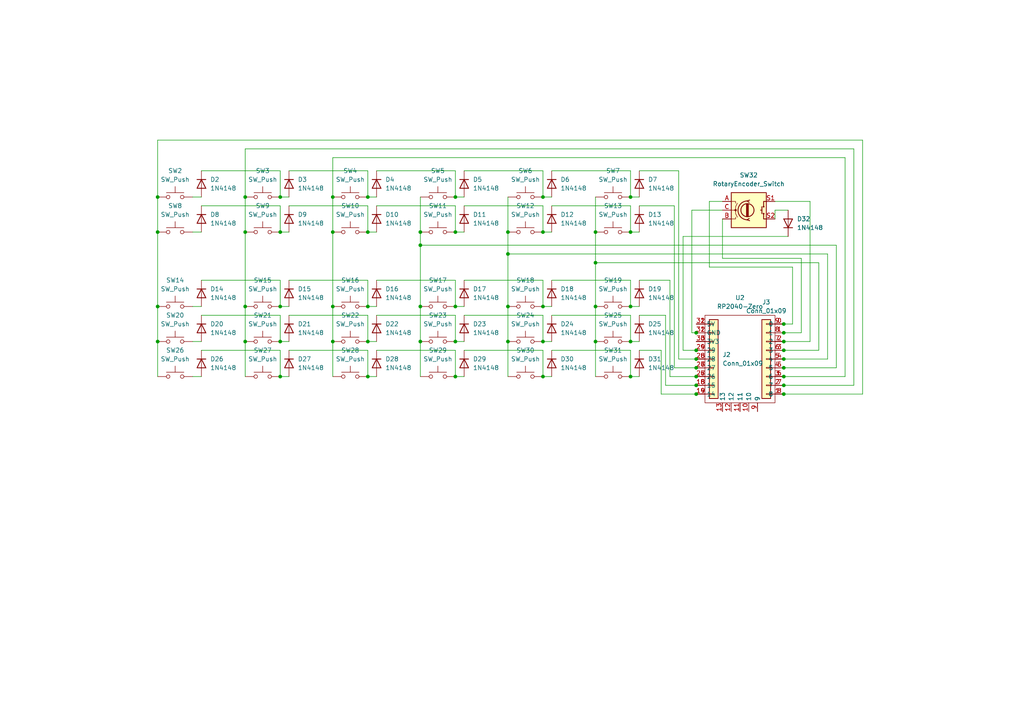
<source format=kicad_sch>
(kicad_sch (version 20250114) (generator "eeschema") (generator_version "9.0")
  (paper "A4")
  (lib_symbols
    (symbol "Connector_Generic:Conn_01x09" (pin_names (offset 1.016) (hide yes))
      (property "Reference" "J" (at 0 12.7 0))
      (property "Value" "Conn_01x09" (at 0 -12.7 0))
      (symbol "Conn_01x09_1_1"
        (rectangle (start -1.27 11.43) (end 1.27 -11.43) (stroke (width 0.254)) (fill (type background)))
        (rectangle (start -1.27 10.287) (end 0 10.033) (stroke (width 0.1524)))
        (rectangle (start -1.27 7.747) (end 0 7.493) (stroke (width 0.1524)))
        (rectangle (start -1.27 5.207) (end 0 4.953) (stroke (width 0.1524)))
        (rectangle (start -1.27 2.667) (end 0 2.413) (stroke (width 0.1524)))
        (rectangle (start -1.27 0.127) (end 0 -0.127) (stroke (width 0.1524)))
        (rectangle (start -1.27 -2.413) (end 0 -2.667) (stroke (width 0.1524)))
        (rectangle (start -1.27 -4.953) (end 0 -5.207) (stroke (width 0.1524)))
        (rectangle (start -1.27 -7.493) (end 0 -7.747) (stroke (width 0.1524)))
        (rectangle (start -1.27 -10.033) (end 0 -10.287) (stroke (width 0.1524)))
        (pin passive line (at -5.08 10.16 0) (length 3.81) (name "Pin_1") (number "1"))
        (pin passive line (at -5.08 7.62 0) (length 3.81) (name "Pin_2") (number "2"))
        (pin passive line (at -5.08 5.08 0) (length 3.81) (name "Pin_3") (number "3"))
        (pin passive line (at -5.08 2.54 0) (length 3.81) (name "Pin_4") (number "4"))
        (pin passive line (at -5.08 0 0) (length 3.81) (name "Pin_5") (number "5"))
        (pin passive line (at -5.08 -2.54 0) (length 3.81) (name "Pin_6") (number "6"))
        (pin passive line (at -5.08 -5.08 0) (length 3.81) (name "Pin_7") (number "7"))
        (pin passive line (at -5.08 -7.62 0) (length 3.81) (name "Pin_8") (number "8"))
        (pin passive line (at -5.08 -10.16 0) (length 3.81) (name "Pin_9") (number "9"))
      )
    )
    (symbol "Device:RotaryEncoder_Switch" (pin_names (offset 0.254) (hide yes))
      (property "Reference" "SW" (at 0 6.604 0))
      (property "Value" "RotaryEncoder_Switch" (at 0 -6.604 0))
      (symbol "RotaryEncoder_Switch_0_1"
        (rectangle (start -5.08 5.08) (end 5.08 -5.08) (stroke (width 0.254)) (fill (type background)))
        (polyline (pts (xy -5.08 2.54) (xy -3.81 2.54) (xy -3.81 2.032)))
        (polyline (pts (xy -5.08 0) (xy -3.81 0) (xy -3.81 -1.016) (xy -3.302 -2.032)))
        (polyline (pts (xy -5.08 -2.54) (xy -3.81 -2.54) (xy -3.81 -2.032)))
        (polyline (pts (xy -4.318 0) (xy -3.81 0) (xy -3.81 1.016) (xy -3.302 2.032)))
        (circle (center -3.81 0) (radius 0.254) (fill (type outline)))
        (polyline (pts (xy -0.635 -1.778) (xy -0.635 1.778)) (stroke (width 0.254)))
        (circle (center -0.381 0) (radius 1.905) (stroke (width 0.254)))
        (polyline (pts (xy -0.381 -1.778) (xy -0.381 1.778)) (stroke (width 0.254)))
        (arc (start -0.381 -2.794) (mid -3.0988 -0.0635) (end -0.381 2.667) (stroke (width 0.254)))
        (polyline (pts (xy -0.127 1.778) (xy -0.127 -1.778)) (stroke (width 0.254)))
        (polyline (pts (xy 0.254 2.921) (xy -0.508 2.667) (xy 0.127 2.286)) (stroke (width 0.254)))
        (polyline (pts (xy 0.254 -3.048) (xy -0.508 -2.794) (xy 0.127 -2.413)) (stroke (width 0.254)))
        (polyline (pts (xy 3.81 1.016) (xy 3.81 -1.016)) (stroke (width 0.254)))
        (polyline (pts (xy 3.81 0) (xy 3.429 0)) (stroke (width 0.254)))
        (circle (center 4.318 1.016) (radius 0.127) (stroke (width 0.254)))
        (circle (center 4.318 -1.016) (radius 0.127) (stroke (width 0.254)))
        (polyline (pts (xy 5.08 2.54) (xy 4.318 2.54) (xy 4.318 1.016)) (stroke (width 0.254)))
        (polyline (pts (xy 5.08 -2.54) (xy 4.318 -2.54) (xy 4.318 -1.016)) (stroke (width 0.254)))
      )
      (symbol "RotaryEncoder_Switch_1_1"
        (pin passive line (at -7.62 2.54 0) (length 2.54) (name "A") (number "A"))
        (pin passive line (at -7.62 0 0) (length 2.54) (name "C") (number "C"))
        (pin passive line (at -7.62 -2.54 0) (length 2.54) (name "B") (number "B"))
        (pin passive line (at 7.62 2.54 180) (length 2.54) (name "S1") (number "S1"))
        (pin passive line (at 7.62 -2.54 180) (length 2.54) (name "S2") (number "S2"))
      )
    )
    (symbol "Diode:1N4148" (pin_numbers (hide yes)) (pin_names (hide yes))
      (property "Reference" "D" (at 0 2.54 0))
      (property "Value" "1N4148" (at 0 -2.54 0))
      (symbol "1N4148_0_1"
        (polyline (pts (xy -1.27 1.27) (xy -1.27 -1.27)) (stroke (width 0.254)))
        (polyline (pts (xy 1.27 1.27) (xy 1.27 -1.27) (xy -1.27 0) (xy 1.27 1.27)) (stroke (width 0.254)))
        (polyline (pts (xy 1.27 0) (xy -1.27 0)))
      )
      (symbol "1N4148_1_1"
        (pin passive line (at -3.81 0 0) (length 2.54) (name "K") (number "1"))
        (pin passive line (at 3.81 0 180) (length 2.54) (name "A") (number "2"))
      )
    )
    (symbol "Switch:SW_Push" (pin_numbers (hide yes)) (pin_names (offset 1.016) (hide yes))
      (property "Reference" "SW" (at 1.27 2.54 0))
      (property "Value" "SW_Push" (at 0 -1.524 0))
      (symbol "SW_Push_0_1"
        (circle (center -2.032 0) (radius 0.508))
        (polyline (pts (xy 0 1.27) (xy 0 3.048)))
        (circle (center 2.032 0) (radius 0.508))
        (polyline (pts (xy 2.54 1.27) (xy -2.54 1.27)))
        (pin passive line (at -5.08 0 0) (length 2.54) (name "1") (number "1"))
        (pin passive line (at 5.08 0 180) (length 2.54) (name "2") (number "2"))
      )
    )
    (symbol "isw-mcu:RP2040-Zero"
      (property "Reference" "U" (at 0 17.78 0))
      (property "Value" "RP2040-Zero" (at 0 15.24 0))
      (symbol "RP2040-Zero_0_1"
        (rectangle (start -10.16 12.7) (end 10.16 -12.7))
      )
      (symbol "RP2040-Zero_1_1"
        (pin power_out line (at -12.7 10.16 0) (length 2.54) (name "5V") (number "32"))
        (pin power_in line (at -12.7 7.62 0) (length 2.54) (name "GND") (number "31"))
        (pin power_out line (at -12.7 5.08 0) (length 2.54) (name "3V3") (number "30"))
        (pin bidirectional line (at -12.7 2.54 0) (length 2.54) (name "29") (number "29"))
        (pin bidirectional line (at -12.7 0 0) (length 2.54) (name "28") (number "28"))
        (pin bidirectional line (at -12.7 -2.54 0) (length 2.54) (name "27") (number "27"))
        (pin bidirectional line (at -12.7 -5.08 0) (length 2.54) (name "26") (number "26"))
        (pin bidirectional line (at -12.7 -7.62 0) (length 2.54) (name "15") (number "15"))
        (pin bidirectional line (at -12.7 -10.16 0) (length 2.54) (name "14") (number "14"))
        (pin bidirectional line (at -5.08 -15.24 90) (length 2.54) (name "13") (number "13"))
        (pin bidirectional line (at -2.54 -15.24 90) (length 2.54) (name "12") (number "12"))
        (pin bidirectional line (at 0 -15.24 90) (length 2.54) (name "11") (number "11"))
        (pin bidirectional line (at 2.54 -15.24 90) (length 2.54) (name "10") (number "10"))
        (pin bidirectional line (at 5.08 -15.24 90) (length 2.54) (name "9") (number "9"))
        (pin tri_state line (at 12.7 10.16 180) (length 2.54) (name "0") (number "0"))
        (pin bidirectional line (at 12.7 7.62 180) (length 2.54) (name "1") (number "1"))
        (pin bidirectional line (at 12.7 5.08 180) (length 2.54) (name "2") (number "2"))
        (pin bidirectional line (at 12.7 2.54 180) (length 2.54) (name "3") (number "3"))
        (pin bidirectional line (at 12.7 0 180) (length 2.54) (name "4") (number "4"))
        (pin bidirectional line (at 12.7 -2.54 180) (length 2.54) (name "5") (number "5"))
        (pin bidirectional line (at 12.7 -5.08 180) (length 2.54) (name "6") (number "6"))
        (pin bidirectional line (at 12.7 -7.62 180) (length 2.54) (name "7") (number "7"))
        (pin bidirectional line (at 12.7 -10.16 180) (length 2.54) (name "8") (number "8"))
      )
    )
  )
  (junction (at 157.48 88.9))
  (junction (at 182.88 99.06))
  (junction (at 96.52 88.9))
  (junction (at 81.28 88.9))
  (junction (at 157.48 57.15))
  (junction (at 227.33 101.6))
  (junction (at 227.33 114.3))
  (junction (at 157.48 67.31))
  (junction (at 227.33 96.52))
  (junction (at 227.33 106.68))
  (junction (at 81.28 109.22))
  (junction (at 132.08 109.22))
  (junction (at 71.12 67.31))
  (junction (at 81.28 99.06))
  (junction (at 157.48 99.06))
  (junction (at 201.93 104.14))
  (junction (at 96.52 99.06))
  (junction (at 132.08 67.31))
  (junction (at 45.72 99.06))
  (junction (at 106.68 57.15))
  (junction (at 172.72 88.9))
  (junction (at 132.08 88.9))
  (junction (at 182.88 88.9))
  (junction (at 147.32 99.06))
  (junction (at 201.93 101.6))
  (junction (at 227.33 109.22))
  (junction (at 201.93 96.52))
  (junction (at 121.92 71.12))
  (junction (at 81.28 67.31))
  (junction (at 227.33 111.76))
  (junction (at 132.08 57.15))
  (junction (at 121.92 88.9))
  (junction (at 106.68 99.06))
  (junction (at 71.12 57.15))
  (junction (at 182.88 109.22))
  (junction (at 227.33 93.98))
  (junction (at 121.92 99.06))
  (junction (at 45.72 57.15))
  (junction (at 121.92 67.31))
  (junction (at 172.72 76.2))
  (junction (at 71.12 99.06))
  (junction (at 96.52 67.31))
  (junction (at 201.93 109.22))
  (junction (at 147.32 88.9))
  (junction (at 227.33 99.06))
  (junction (at 147.32 67.31))
  (junction (at 71.12 88.9))
  (junction (at 96.52 57.15))
  (junction (at 132.08 99.06))
  (junction (at 201.93 111.76))
  (junction (at 172.72 67.31))
  (junction (at 157.48 109.22))
  (junction (at 201.93 106.68))
  (junction (at 147.32 73.66))
  (junction (at 182.88 67.31))
  (junction (at 45.72 88.9))
  (junction (at 106.68 109.22))
  (junction (at 106.68 67.31))
  (junction (at 201.93 114.3))
  (junction (at 182.88 57.15))
  (junction (at 106.68 88.9))
  (junction (at 227.33 104.14))
  (junction (at 81.28 57.15))
  (junction (at 45.72 67.31))
  (junction (at 172.72 99.06))
  (wire (pts (xy 232.41 96.52) (xy 227.33 96.52)))
  (wire (pts (xy 185.42 59.69) (xy 195.58 59.69)))
  (wire (pts (xy 71.12 57.15) (xy 71.12 67.31)))
  (wire (pts (xy 157.48 57.15) (xy 160.02 57.15)))
  (wire (pts (xy 182.88 99.06) (xy 185.42 99.06)))
  (wire (pts (xy 81.28 99.06) (xy 83.82 99.06)))
  (wire (pts (xy 55.88 88.9) (xy 58.42 88.9)))
  (wire (pts (xy 134.62 91.44) (xy 157.48 91.44)))
  (wire (pts (xy 195.58 59.69) (xy 195.58 106.68)))
  (wire (pts (xy 195.58 106.68) (xy 201.93 106.68)))
  (wire (pts (xy 132.08 99.06) (xy 134.62 99.06)))
  (wire (pts (xy 191.77 114.3) (xy 191.77 101.6)))
  (wire (pts (xy 172.72 67.31) (xy 172.72 76.2)))
  (wire (pts (xy 55.88 109.22) (xy 58.42 109.22)))
  (wire (pts (xy 147.32 99.06) (xy 147.32 109.22)))
  (wire (pts (xy 83.82 49.53) (xy 106.68 49.53)))
  (wire (pts (xy 83.82 81.28) (xy 106.68 81.28)))
  (wire (pts (xy 182.88 59.69) (xy 182.88 67.31)))
  (wire (pts (xy 157.48 67.31) (xy 160.02 67.31)))
  (wire (pts (xy 83.82 59.69) (xy 106.68 59.69)))
  (wire (pts (xy 58.42 49.53) (xy 81.28 49.53)))
  (wire (pts (xy 71.12 99.06) (xy 71.12 109.22)))
  (wire (pts (xy 224.79 60.96) (xy 228.6 60.96)))
  (wire (pts (xy 109.22 59.69) (xy 132.08 59.69)))
  (wire (pts (xy 81.28 91.44) (xy 81.28 99.06)))
  (wire (pts (xy 106.68 81.28) (xy 106.68 88.9)))
  (wire (pts (xy 185.42 91.44) (xy 193.04 91.44)))
  (wire (pts (xy 229.87 77.47) (xy 205.74 77.47)))
  (wire (pts (xy 134.62 101.6) (xy 157.48 101.6)))
  (wire (pts (xy 209.55 74.93) (xy 232.41 74.93)))
  (wire (pts (xy 200.66 60.96) (xy 209.55 60.96)))
  (wire (pts (xy 132.08 57.15) (xy 134.62 57.15)))
  (wire (pts (xy 185.42 101.6) (xy 191.77 101.6)))
  (wire (pts (xy 237.49 101.6) (xy 227.33 101.6)))
  (wire (pts (xy 109.22 101.6) (xy 132.08 101.6)))
  (wire (pts (xy 121.92 57.15) (xy 121.92 67.31)))
  (wire (pts (xy 132.08 67.31) (xy 134.62 67.31)))
  (wire (pts (xy 96.52 57.15) (xy 96.52 45.72)))
  (wire (pts (xy 81.28 59.69) (xy 81.28 67.31)))
  (wire (pts (xy 172.72 76.2) (xy 172.72 88.9)))
  (wire (pts (xy 96.52 57.15) (xy 96.52 67.31)))
  (wire (pts (xy 71.12 43.18) (xy 71.12 57.15)))
  (wire (pts (xy 205.74 58.42) (xy 209.55 58.42)))
  (wire (pts (xy 106.68 49.53) (xy 106.68 57.15)))
  (wire (pts (xy 182.88 88.9) (xy 185.42 88.9)))
  (wire (pts (xy 121.92 71.12) (xy 242.57 71.12)))
  (wire (pts (xy 58.42 59.69) (xy 81.28 59.69)))
  (wire (pts (xy 106.68 101.6) (xy 106.68 109.22)))
  (wire (pts (xy 182.88 109.22) (xy 185.42 109.22)))
  (wire (pts (xy 132.08 59.69) (xy 132.08 67.31)))
  (wire (pts (xy 81.28 81.28) (xy 81.28 88.9)))
  (wire (pts (xy 227.33 111.76) (xy 247.65 111.76)))
  (wire (pts (xy 106.68 67.31) (xy 109.22 67.31)))
  (wire (pts (xy 132.08 49.53) (xy 132.08 57.15)))
  (wire (pts (xy 81.28 57.15) (xy 83.82 57.15)))
  (wire (pts (xy 250.19 40.64) (xy 250.19 114.3)))
  (wire (pts (xy 198.12 68.58) (xy 198.12 101.6)))
  (wire (pts (xy 147.32 88.9) (xy 147.32 99.06)))
  (wire (pts (xy 182.88 67.31) (xy 185.42 67.31)))
  (wire (pts (xy 232.41 74.93) (xy 232.41 96.52)))
  (wire (pts (xy 182.88 101.6) (xy 182.88 109.22)))
  (wire (pts (xy 81.28 88.9) (xy 83.82 88.9)))
  (wire (pts (xy 134.62 81.28) (xy 157.48 81.28)))
  (wire (pts (xy 71.12 67.31) (xy 71.12 88.9)))
  (wire (pts (xy 182.88 57.15) (xy 185.42 57.15)))
  (wire (pts (xy 106.68 91.44) (xy 106.68 99.06)))
  (wire (pts (xy 45.72 57.15) (xy 45.72 67.31)))
  (wire (pts (xy 227.33 93.98) (xy 229.87 93.98)))
  (wire (pts (xy 160.02 101.6) (xy 182.88 101.6)))
  (wire (pts (xy 121.92 99.06) (xy 121.92 109.22)))
  (wire (pts (xy 106.68 88.9) (xy 109.22 88.9)))
  (wire (pts (xy 157.48 109.22) (xy 160.02 109.22)))
  (wire (pts (xy 182.88 49.53) (xy 182.88 57.15)))
  (wire (pts (xy 160.02 49.53) (xy 182.88 49.53)))
  (wire (pts (xy 106.68 57.15) (xy 109.22 57.15)))
  (wire (pts (xy 109.22 91.44) (xy 132.08 91.44)))
  (wire (pts (xy 247.65 111.76) (xy 247.65 43.18)))
  (wire (pts (xy 196.85 104.14) (xy 196.85 49.53)))
  (wire (pts (xy 58.42 101.6) (xy 81.28 101.6)))
  (wire (pts (xy 229.87 93.98) (xy 229.87 77.47)))
  (wire (pts (xy 81.28 101.6) (xy 81.28 109.22)))
  (wire (pts (xy 132.08 81.28) (xy 132.08 88.9)))
  (wire (pts (xy 240.03 73.66) (xy 147.32 73.66)))
  (wire (pts (xy 245.11 45.72) (xy 245.11 109.22)))
  (wire (pts (xy 193.04 111.76) (xy 193.04 91.44)))
  (wire (pts (xy 132.08 109.22) (xy 134.62 109.22)))
  (wire (pts (xy 160.02 91.44) (xy 182.88 91.44)))
  (wire (pts (xy 160.02 59.69) (xy 182.88 59.69)))
  (wire (pts (xy 121.92 67.31) (xy 121.92 71.12)))
  (wire (pts (xy 106.68 109.22) (xy 109.22 109.22)))
  (wire (pts (xy 228.6 68.58) (xy 198.12 68.58)))
  (wire (pts (xy 134.62 59.69) (xy 157.48 59.69)))
  (wire (pts (xy 96.52 67.31) (xy 96.52 88.9)))
  (wire (pts (xy 160.02 81.28) (xy 182.88 81.28)))
  (wire (pts (xy 55.88 57.15) (xy 58.42 57.15)))
  (wire (pts (xy 106.68 59.69) (xy 106.68 67.31)))
  (wire (pts (xy 109.22 81.28) (xy 132.08 81.28)))
  (wire (pts (xy 250.19 114.3) (xy 227.33 114.3)))
  (wire (pts (xy 45.72 67.31) (xy 45.72 88.9)))
  (wire (pts (xy 242.57 71.12) (xy 242.57 106.68)))
  (wire (pts (xy 147.32 73.66) (xy 147.32 88.9)))
  (wire (pts (xy 81.28 67.31) (xy 83.82 67.31)))
  (wire (pts (xy 240.03 104.14) (xy 240.03 73.66)))
  (wire (pts (xy 81.28 49.53) (xy 81.28 57.15)))
  (wire (pts (xy 55.88 99.06) (xy 58.42 99.06)))
  (wire (pts (xy 157.48 91.44) (xy 157.48 99.06)))
  (wire (pts (xy 194.31 81.28) (xy 185.42 81.28)))
  (wire (pts (xy 224.79 58.42) (xy 234.95 58.42)))
  (wire (pts (xy 83.82 91.44) (xy 106.68 91.44)))
  (wire (pts (xy 157.48 59.69) (xy 157.48 67.31)))
  (wire (pts (xy 157.48 101.6) (xy 157.48 109.22)))
  (wire (pts (xy 201.93 104.14) (xy 196.85 104.14)))
  (wire (pts (xy 58.42 81.28) (xy 81.28 81.28)))
  (wire (pts (xy 45.72 40.64) (xy 250.19 40.64)))
  (wire (pts (xy 245.11 109.22) (xy 227.33 109.22)))
  (wire (pts (xy 191.77 114.3) (xy 201.93 114.3)))
  (wire (pts (xy 172.72 99.06) (xy 172.72 109.22)))
  (wire (pts (xy 121.92 71.12) (xy 121.92 88.9)))
  (wire (pts (xy 205.74 77.47) (xy 205.74 58.42)))
  (wire (pts (xy 201.93 109.22) (xy 194.31 109.22)))
  (wire (pts (xy 182.88 91.44) (xy 182.88 99.06)))
  (wire (pts (xy 242.57 106.68) (xy 227.33 106.68)))
  (wire (pts (xy 209.55 63.5) (xy 209.55 74.93)))
  (wire (pts (xy 200.66 96.52) (xy 201.93 96.52)))
  (wire (pts (xy 157.48 49.53) (xy 157.48 57.15)))
  (wire (pts (xy 194.31 109.22) (xy 194.31 81.28)))
  (wire (pts (xy 58.42 91.44) (xy 81.28 91.44)))
  (wire (pts (xy 106.68 99.06) (xy 109.22 99.06)))
  (wire (pts (xy 200.66 60.96) (xy 200.66 96.52)))
  (wire (pts (xy 96.52 88.9) (xy 96.52 99.06)))
  (wire (pts (xy 198.12 101.6) (xy 201.93 101.6)))
  (wire (pts (xy 185.42 49.53) (xy 196.85 49.53)))
  (wire (pts (xy 55.88 67.31) (xy 58.42 67.31)))
  (wire (pts (xy 45.72 88.9) (xy 45.72 99.06)))
  (wire (pts (xy 224.79 63.5) (xy 224.79 60.96)))
  (wire (pts (xy 172.72 57.15) (xy 172.72 67.31)))
  (wire (pts (xy 193.04 111.76) (xy 201.93 111.76)))
  (wire (pts (xy 147.32 67.31) (xy 147.32 73.66)))
  (wire (pts (xy 96.52 99.06) (xy 96.52 109.22)))
  (wire (pts (xy 227.33 104.14) (xy 240.03 104.14)))
  (wire (pts (xy 172.72 88.9) (xy 172.72 99.06)))
  (wire (pts (xy 134.62 49.53) (xy 157.48 49.53)))
  (wire (pts (xy 157.48 81.28) (xy 157.48 88.9)))
  (wire (pts (xy 45.72 99.06) (xy 45.72 109.22)))
  (wire (pts (xy 109.22 49.53) (xy 132.08 49.53)))
  (wire (pts (xy 121.92 88.9) (xy 121.92 99.06)))
  (wire (pts (xy 96.52 45.72) (xy 245.11 45.72)))
  (wire (pts (xy 147.32 57.15) (xy 147.32 67.31)))
  (wire (pts (xy 237.49 76.2) (xy 237.49 101.6)))
  (wire (pts (xy 132.08 101.6) (xy 132.08 109.22)))
  (wire (pts (xy 247.65 43.18) (xy 71.12 43.18)))
  (wire (pts (xy 234.95 58.42) (xy 234.95 99.06)))
  (wire (pts (xy 83.82 101.6) (xy 106.68 101.6)))
  (wire (pts (xy 45.72 40.64) (xy 45.72 57.15)))
  (wire (pts (xy 172.72 76.2) (xy 237.49 76.2)))
  (wire (pts (xy 81.28 109.22) (xy 83.82 109.22)))
  (wire (pts (xy 157.48 88.9) (xy 160.02 88.9)))
  (wire (pts (xy 157.48 99.06) (xy 160.02 99.06)))
  (wire (pts (xy 234.95 99.06) (xy 227.33 99.06)))
  (wire (pts (xy 182.88 81.28) (xy 182.88 88.9)))
  (wire (pts (xy 132.08 91.44) (xy 132.08 99.06)))
  (wire (pts (xy 132.08 88.9) (xy 134.62 88.9)))
  (wire (pts (xy 71.12 88.9) (xy 71.12 99.06)))
  (symbol (lib_id "Switch:SW_Push") (at 177.8 88.9 0) (unit 1)
    (property "Reference" "SW19" (at 177.8 81.28 0))
    (property "Value" "SW_Push" (at 177.8 83.82 0))
    (property "Footprint" "Button_Switch_THT:SW_PUSH_6mm" (effects (hide yes)))
    (property "Description" "Push button switch, generic, two pins" (effects (hide yes)))
  )
  (symbol (lib_id "Diode:1N4148") (at 58.42 105.41 270) (unit 1)
    (property "Reference" "D26" (at 60.96 104.1399 90) (effects (justify left)))
    (property "Value" "1N4148" (at 60.96 106.6799 90) (effects (justify left)))
    (property "Footprint" "Diode_THT:D_DO-35_SOD27_P7.62mm_Horizontal" (effects (hide yes)))
    (property "Datasheet" "https://assets.nexperia.com/documents/data-sheet/1N4148_1N4448.pdf" (effects (hide yes)))
    (property "Description" "100V 0.15A standard switching diode, DO-35" (effects (hide yes)))
    (property "Sim.Device" "D" (effects (hide yes)))
    (property "Sim.Pins" "1=K 2=A" (effects (hide yes)))
  )
  (symbol (lib_id "Switch:SW_Push") (at 177.8 99.06 0) (unit 1)
    (property "Reference" "SW25" (at 177.8 91.44 0))
    (property "Value" "SW_Push" (at 177.8 93.98 0))
    (property "Footprint" "Button_Switch_THT:SW_PUSH_6mm" (effects (hide yes)))
    (property "Description" "Push button switch, generic, two pins" (effects (hide yes)))
  )
  (symbol (lib_id "Device:RotaryEncoder_Switch") (at 217.17 60.96 0) (unit 1)
    (property "Reference" "SW32" (at 217.17 50.8 0))
    (property "Value" "RotaryEncoder_Switch" (at 217.17 53.34 0))
    (property "Footprint" "Rotary_Encoder:RotaryEncoder_Alps_EC11E-Switch_Vertical_H20mm" (effects (hide yes)))
    (property "Description" "Rotary encoder, dual channel, incremental quadrate outputs, with switch" (effects (hide yes)))
  )
  (symbol (lib_id "Switch:SW_Push") (at 177.8 57.15 0) (unit 1)
    (property "Reference" "SW7" (at 177.8 49.53 0))
    (property "Value" "SW_Push" (at 177.8 52.07 0))
    (property "Footprint" "Button_Switch_THT:SW_PUSH_6mm" (effects (hide yes)))
    (property "Description" "Push button switch, generic, two pins" (effects (hide yes)))
  )
  (symbol (lib_id "Diode:1N4148") (at 134.62 105.41 270) (unit 1)
    (property "Reference" "D29" (at 137.16 104.1399 90) (effects (justify left)))
    (property "Value" "1N4148" (at 137.16 106.6799 90) (effects (justify left)))
    (property "Footprint" "Diode_THT:D_DO-35_SOD27_P7.62mm_Horizontal" (effects (hide yes)))
    (property "Datasheet" "https://assets.nexperia.com/documents/data-sheet/1N4148_1N4448.pdf" (effects (hide yes)))
    (property "Description" "100V 0.15A standard switching diode, DO-35" (effects (hide yes)))
    (property "Sim.Device" "D" (effects (hide yes)))
    (property "Sim.Pins" "1=K 2=A" (effects (hide yes)))
  )
  (symbol (lib_id "Diode:1N4148") (at 160.02 105.41 270) (unit 1)
    (property "Reference" "D30" (at 162.56 104.1399 90) (effects (justify left)))
    (property "Value" "1N4148" (at 162.56 106.6799 90) (effects (justify left)))
    (property "Footprint" "Diode_THT:D_DO-35_SOD27_P7.62mm_Horizontal" (effects (hide yes)))
    (property "Datasheet" "https://assets.nexperia.com/documents/data-sheet/1N4148_1N4448.pdf" (effects (hide yes)))
    (property "Description" "100V 0.15A standard switching diode, DO-35" (effects (hide yes)))
    (property "Sim.Device" "D" (effects (hide yes)))
    (property "Sim.Pins" "1=K 2=A" (effects (hide yes)))
  )
  (symbol (lib_id "Switch:SW_Push") (at 127 67.31 0) (unit 1)
    (property "Reference" "SW11" (at 127 59.69 0))
    (property "Value" "SW_Push" (at 127 62.23 0))
    (property "Footprint" "Button_Switch_THT:SW_PUSH_6mm" (effects (hide yes)))
    (property "Description" "Push button switch, generic, two pins" (effects (hide yes)))
  )
  (symbol (lib_id "Diode:1N4148") (at 228.6 64.77 90) (unit 1)
    (property "Reference" "D32" (at 231.14 63.4999 90) (effects (justify right)))
    (property "Value" "1N4148" (at 231.14 66.0399 90) (effects (justify right)))
    (property "Footprint" "Diode_THT:D_DO-35_SOD27_P7.62mm_Horizontal" (effects (hide yes)))
    (property "Datasheet" "https://assets.nexperia.com/documents/data-sheet/1N4148_1N4448.pdf" (effects (hide yes)))
    (property "Description" "100V 0.15A standard switching diode, DO-35" (effects (hide yes)))
    (property "Sim.Device" "D" (effects (hide yes)))
    (property "Sim.Pins" "1=K 2=A" (effects (hide yes)))
  )
  (symbol (lib_id "Diode:1N4148") (at 185.42 53.34 270) (unit 1)
    (property "Reference" "D7" (at 187.96 52.0699 90) (effects (justify left)))
    (property "Value" "1N4148" (at 187.96 54.6099 90) (effects (justify left)))
    (property "Footprint" "Diode_THT:D_DO-35_SOD27_P7.62mm_Horizontal" (effects (hide yes)))
    (property "Datasheet" "https://assets.nexperia.com/documents/data-sheet/1N4148_1N4448.pdf" (effects (hide yes)))
    (property "Description" "100V 0.15A standard switching diode, DO-35" (effects (hide yes)))
    (property "Sim.Device" "D" (effects (hide yes)))
    (property "Sim.Pins" "1=K 2=A" (effects (hide yes)))
  )
  (symbol (lib_id "Diode:1N4148") (at 134.62 53.34 270) (unit 1)
    (property "Reference" "D5" (at 137.16 52.0699 90) (effects (justify left)))
    (property "Value" "1N4148" (at 137.16 54.6099 90) (effects (justify left)))
    (property "Footprint" "Diode_THT:D_DO-35_SOD27_P7.62mm_Horizontal" (effects (hide yes)))
    (property "Datasheet" "https://assets.nexperia.com/documents/data-sheet/1N4148_1N4448.pdf" (effects (hide yes)))
    (property "Description" "100V 0.15A standard switching diode, DO-35" (effects (hide yes)))
    (property "Sim.Device" "D" (effects (hide yes)))
    (property "Sim.Pins" "1=K 2=A" (effects (hide yes)))
  )
  (symbol (lib_id "Diode:1N4148") (at 83.82 63.5 270) (unit 1)
    (property "Reference" "D9" (at 86.36 62.2299 90) (effects (justify left)))
    (property "Value" "1N4148" (at 86.36 64.7699 90) (effects (justify left)))
    (property "Footprint" "Diode_THT:D_DO-35_SOD27_P7.62mm_Horizontal" (effects (hide yes)))
    (property "Datasheet" "https://assets.nexperia.com/documents/data-sheet/1N4148_1N4448.pdf" (effects (hide yes)))
    (property "Description" "100V 0.15A standard switching diode, DO-35" (effects (hide yes)))
    (property "Sim.Device" "D" (effects (hide yes)))
    (property "Sim.Pins" "1=K 2=A" (effects (hide yes)))
  )
  (symbol (lib_id "Diode:1N4148") (at 185.42 105.41 270) (unit 1)
    (property "Reference" "D31" (at 187.96 104.1399 90) (effects (justify left)))
    (property "Value" "1N4148" (at 187.96 106.6799 90) (effects (justify left)))
    (property "Footprint" "Diode_THT:D_DO-35_SOD27_P7.62mm_Horizontal" (effects (hide yes)))
    (property "Datasheet" "https://assets.nexperia.com/documents/data-sheet/1N4148_1N4448.pdf" (effects (hide yes)))
    (property "Description" "100V 0.15A standard switching diode, DO-35" (effects (hide yes)))
    (property "Sim.Device" "D" (effects (hide yes)))
    (property "Sim.Pins" "1=K 2=A" (effects (hide yes)))
  )
  (symbol (lib_id "Switch:SW_Push") (at 101.6 57.15 0) (unit 1)
    (property "Reference" "SW4" (at 101.6 49.53 0))
    (property "Value" "SW_Push" (at 101.6 52.07 0))
    (property "Footprint" "Button_Switch_THT:SW_PUSH_6mm" (effects (hide yes)))
    (property "Description" "Push button switch, generic, two pins" (effects (hide yes)))
  )
  (symbol (lib_id "Switch:SW_Push") (at 127 99.06 0) (unit 1)
    (property "Reference" "SW23" (at 127 91.44 0))
    (property "Value" "SW_Push" (at 127 93.98 0))
    (property "Footprint" "Button_Switch_THT:SW_PUSH_6mm" (effects (hide yes)))
    (property "Description" "Push button switch, generic, two pins" (effects (hide yes)))
  )
  (symbol (lib_id "Switch:SW_Push") (at 76.2 57.15 0) (unit 1)
    (property "Reference" "SW3" (at 76.2 49.53 0))
    (property "Value" "SW_Push" (at 76.2 52.07 0))
    (property "Footprint" "Button_Switch_THT:SW_PUSH_6mm" (effects (hide yes)))
    (property "Description" "Push button switch, generic, two pins" (effects (hide yes)))
  )
  (symbol (lib_id "Switch:SW_Push") (at 50.8 109.22 0) (unit 1)
    (property "Reference" "SW26" (at 50.8 101.6 0))
    (property "Value" "SW_Push" (at 50.8 104.14 0))
    (property "Footprint" "Button_Switch_THT:SW_PUSH_6mm" (effects (hide yes)))
    (property "Description" "Push button switch, generic, two pins" (effects (hide yes)))
  )
  (symbol (lib_id "Switch:SW_Push") (at 50.8 57.15 0) (unit 1)
    (property "Reference" "SW2" (at 50.8 49.53 0))
    (property "Value" "SW_Push" (at 50.8 52.07 0))
    (property "Footprint" "Button_Switch_THT:SW_PUSH_6mm" (effects (hide yes)))
    (property "Description" "Push button switch, generic, two pins" (effects (hide yes)))
  )
  (symbol (lib_id "Diode:1N4148") (at 185.42 63.5 270) (unit 1)
    (property "Reference" "D13" (at 187.96 62.2299 90) (effects (justify left)))
    (property "Value" "1N4148" (at 187.96 64.7699 90) (effects (justify left)))
    (property "Footprint" "Diode_THT:D_DO-35_SOD27_P7.62mm_Horizontal" (effects (hide yes)))
    (property "Datasheet" "https://assets.nexperia.com/documents/data-sheet/1N4148_1N4448.pdf" (effects (hide yes)))
    (property "Description" "100V 0.15A standard switching diode, DO-35" (effects (hide yes)))
    (property "Sim.Device" "D" (effects (hide yes)))
    (property "Sim.Pins" "1=K 2=A" (effects (hide yes)))
  )
  (symbol (lib_id "Switch:SW_Push") (at 101.6 88.9 0) (unit 1)
    (property "Reference" "SW16" (at 101.6 81.28 0))
    (property "Value" "SW_Push" (at 101.6 83.82 0))
    (property "Footprint" "Button_Switch_THT:SW_PUSH_6mm" (effects (hide yes)))
    (property "Description" "Push button switch, generic, two pins" (effects (hide yes)))
  )
  (symbol (lib_id "Diode:1N4148") (at 58.42 95.25 270) (unit 1)
    (property "Reference" "D20" (at 60.96 93.9799 90) (effects (justify left)))
    (property "Value" "1N4148" (at 60.96 96.5199 90) (effects (justify left)))
    (property "Footprint" "Diode_THT:D_DO-35_SOD27_P7.62mm_Horizontal" (effects (hide yes)))
    (property "Datasheet" "https://assets.nexperia.com/documents/data-sheet/1N4148_1N4448.pdf" (effects (hide yes)))
    (property "Description" "100V 0.15A standard switching diode, DO-35" (effects (hide yes)))
    (property "Sim.Device" "D" (effects (hide yes)))
    (property "Sim.Pins" "1=K 2=A" (effects (hide yes)))
  )
  (symbol (lib_id "Diode:1N4148") (at 134.62 95.25 270) (unit 1)
    (property "Reference" "D23" (at 137.16 93.9799 90) (effects (justify left)))
    (property "Value" "1N4148" (at 137.16 96.5199 90) (effects (justify left)))
    (property "Footprint" "Diode_THT:D_DO-35_SOD27_P7.62mm_Horizontal" (effects (hide yes)))
    (property "Datasheet" "https://assets.nexperia.com/documents/data-sheet/1N4148_1N4448.pdf" (effects (hide yes)))
    (property "Description" "100V 0.15A standard switching diode, DO-35" (effects (hide yes)))
    (property "Sim.Device" "D" (effects (hide yes)))
    (property "Sim.Pins" "1=K 2=A" (effects (hide yes)))
  )
  (symbol (lib_id "Switch:SW_Push") (at 101.6 67.31 0) (unit 1)
    (property "Reference" "SW10" (at 101.6 59.69 0))
    (property "Value" "SW_Push" (at 101.6 62.23 0))
    (property "Footprint" "Button_Switch_THT:SW_PUSH_6mm" (effects (hide yes)))
    (property "Description" "Push button switch, generic, two pins" (effects (hide yes)))
  )
  (symbol (lib_id "Switch:SW_Push") (at 152.4 88.9 0) (unit 1)
    (property "Reference" "SW18" (at 152.4 81.28 0))
    (property "Value" "SW_Push" (at 152.4 83.82 0))
    (property "Footprint" "Button_Switch_THT:SW_PUSH_6mm" (effects (hide yes)))
    (property "Description" "Push button switch, generic, two pins" (effects (hide yes)))
  )
  (symbol (lib_id "Diode:1N4148") (at 83.82 95.25 270) (unit 1)
    (property "Reference" "D21" (at 86.36 93.9799 90) (effects (justify left)))
    (property "Value" "1N4148" (at 86.36 96.5199 90) (effects (justify left)))
    (property "Footprint" "Diode_THT:D_DO-35_SOD27_P7.62mm_Horizontal" (effects (hide yes)))
    (property "Datasheet" "https://assets.nexperia.com/documents/data-sheet/1N4148_1N4448.pdf" (effects (hide yes)))
    (property "Description" "100V 0.15A standard switching diode, DO-35" (effects (hide yes)))
    (property "Sim.Device" "D" (effects (hide yes)))
    (property "Sim.Pins" "1=K 2=A" (effects (hide yes)))
  )
  (symbol (lib_id "Switch:SW_Push") (at 76.2 99.06 0) (unit 1)
    (property "Reference" "SW21" (at 76.2 91.44 0))
    (property "Value" "SW_Push" (at 76.2 93.98 0))
    (property "Footprint" "Button_Switch_THT:SW_PUSH_6mm" (effects (hide yes)))
    (property "Description" "Push button switch, generic, two pins" (effects (hide yes)))
  )
  (symbol (lib_id "Switch:SW_Push") (at 177.8 67.31 0) (unit 1)
    (property "Reference" "SW13" (at 177.8 59.69 0))
    (property "Value" "SW_Push" (at 177.8 62.23 0))
    (property "Footprint" "Button_Switch_THT:SW_PUSH_6mm" (effects (hide yes)))
    (property "Description" "Push button switch, generic, two pins" (effects (hide yes)))
  )
  (symbol (lib_id "Diode:1N4148") (at 58.42 63.5 270) (unit 1)
    (property "Reference" "D8" (at 60.96 62.2299 90) (effects (justify left)))
    (property "Value" "1N4148" (at 60.96 64.7699 90) (effects (justify left)))
    (property "Footprint" "Diode_THT:D_DO-35_SOD27_P7.62mm_Horizontal" (effects (hide yes)))
    (property "Datasheet" "https://assets.nexperia.com/documents/data-sheet/1N4148_1N4448.pdf" (effects (hide yes)))
    (property "Description" "100V 0.15A standard switching diode, DO-35" (effects (hide yes)))
    (property "Sim.Device" "D" (effects (hide yes)))
    (property "Sim.Pins" "1=K 2=A" (effects (hide yes)))
  )
  (symbol (lib_id "Diode:1N4148") (at 58.42 85.09 270) (unit 1)
    (property "Reference" "D14" (at 60.96 83.8199 90) (effects (justify left)))
    (property "Value" "1N4148" (at 60.96 86.3599 90) (effects (justify left)))
    (property "Footprint" "Diode_THT:D_DO-35_SOD27_P7.62mm_Horizontal" (effects (hide yes)))
    (property "Datasheet" "https://assets.nexperia.com/documents/data-sheet/1N4148_1N4448.pdf" (effects (hide yes)))
    (property "Description" "100V 0.15A standard switching diode, DO-35" (effects (hide yes)))
    (property "Sim.Device" "D" (effects (hide yes)))
    (property "Sim.Pins" "1=K 2=A" (effects (hide yes)))
  )
  (symbol (lib_id "Diode:1N4148") (at 160.02 95.25 270) (unit 1)
    (property "Reference" "D24" (at 162.56 93.9799 90) (effects (justify left)))
    (property "Value" "1N4148" (at 162.56 96.5199 90) (effects (justify left)))
    (property "Footprint" "Diode_THT:D_DO-35_SOD27_P7.62mm_Horizontal" (effects (hide yes)))
    (property "Datasheet" "https://assets.nexperia.com/documents/data-sheet/1N4148_1N4448.pdf" (effects (hide yes)))
    (property "Description" "100V 0.15A standard switching diode, DO-35" (effects (hide yes)))
    (property "Sim.Device" "D" (effects (hide yes)))
    (property "Sim.Pins" "1=K 2=A" (effects (hide yes)))
  )
  (symbol (lib_id "Switch:SW_Push") (at 127 57.15 0) (unit 1)
    (property "Reference" "SW5" (at 127 49.53 0))
    (property "Value" "SW_Push" (at 127 52.07 0))
    (property "Footprint" "Button_Switch_THT:SW_PUSH_6mm" (effects (hide yes)))
    (property "Description" "Push button switch, generic, two pins" (effects (hide yes)))
  )
  (symbol (lib_id "Switch:SW_Push") (at 152.4 67.31 0) (unit 1)
    (property "Reference" "SW12" (at 152.4 59.69 0))
    (property "Value" "SW_Push" (at 152.4 62.23 0))
    (property "Footprint" "Button_Switch_THT:SW_PUSH_6mm" (effects (hide yes)))
    (property "Description" "Push button switch, generic, two pins" (effects (hide yes)))
  )
  (symbol (lib_id "Connector_Generic:Conn_01x09") (at 207.01 104.14 0) (unit 1)
    (property "Reference" "J2" (at 209.55 102.8699 0) (effects (justify left)))
    (property "Value" "Conn_01x09" (at 209.55 105.4099 0) (effects (justify left)))
    (property "Footprint" "Connector_PinSocket_2.54mm:PinSocket_1x10_P2.54mm_Vertical" (effects (hide yes)))
    (property "Description" "Generic connector, single row, 01x09, script generated (kicad-library-utils/schlib/autogen/connector/)" (effects (hide yes)))
  )
  (symbol (lib_id "Diode:1N4148") (at 109.22 63.5 270) (unit 1)
    (property "Reference" "D10" (at 111.76 62.2299 90) (effects (justify left)))
    (property "Value" "1N4148" (at 111.76 64.7699 90) (effects (justify left)))
    (property "Footprint" "Diode_THT:D_DO-35_SOD27_P7.62mm_Horizontal" (effects (hide yes)))
    (property "Datasheet" "https://assets.nexperia.com/documents/data-sheet/1N4148_1N4448.pdf" (effects (hide yes)))
    (property "Description" "100V 0.15A standard switching diode, DO-35" (effects (hide yes)))
    (property "Sim.Device" "D" (effects (hide yes)))
    (property "Sim.Pins" "1=K 2=A" (effects (hide yes)))
  )
  (symbol (lib_id "Switch:SW_Push") (at 76.2 67.31 0) (unit 1)
    (property "Reference" "SW9" (at 76.2 59.69 0))
    (property "Value" "SW_Push" (at 76.2 62.23 0))
    (property "Footprint" "Button_Switch_THT:SW_PUSH_6mm" (effects (hide yes)))
    (property "Description" "Push button switch, generic, two pins" (effects (hide yes)))
  )
  (symbol (lib_id "Diode:1N4148") (at 185.42 95.25 270) (unit 1)
    (property "Reference" "D25" (at 187.96 93.9799 90) (effects (justify left)))
    (property "Value" "1N4148" (at 187.96 96.5199 90) (effects (justify left)))
    (property "Footprint" "Diode_THT:D_DO-35_SOD27_P7.62mm_Horizontal" (effects (hide yes)))
    (property "Datasheet" "https://assets.nexperia.com/documents/data-sheet/1N4148_1N4448.pdf" (effects (hide yes)))
    (property "Description" "100V 0.15A standard switching diode, DO-35" (effects (hide yes)))
    (property "Sim.Device" "D" (effects (hide yes)))
    (property "Sim.Pins" "1=K 2=A" (effects (hide yes)))
  )
  (symbol (lib_id "Diode:1N4148") (at 109.22 53.34 270) (unit 1)
    (property "Reference" "D4" (at 111.76 52.0699 90) (effects (justify left)))
    (property "Value" "1N4148" (at 111.76 54.6099 90) (effects (justify left)))
    (property "Footprint" "Diode_THT:D_DO-35_SOD27_P7.62mm_Horizontal" (effects (hide yes)))
    (property "Datasheet" "https://assets.nexperia.com/documents/data-sheet/1N4148_1N4448.pdf" (effects (hide yes)))
    (property "Description" "100V 0.15A standard switching diode, DO-35" (effects (hide yes)))
    (property "Sim.Device" "D" (effects (hide yes)))
    (property "Sim.Pins" "1=K 2=A" (effects (hide yes)))
  )
  (symbol (lib_id "Diode:1N4148") (at 134.62 63.5 270) (unit 1)
    (property "Reference" "D11" (at 137.16 62.2299 90) (effects (justify left)))
    (property "Value" "1N4148" (at 137.16 64.7699 90) (effects (justify left)))
    (property "Footprint" "Diode_THT:D_DO-35_SOD27_P7.62mm_Horizontal" (effects (hide yes)))
    (property "Datasheet" "https://assets.nexperia.com/documents/data-sheet/1N4148_1N4448.pdf" (effects (hide yes)))
    (property "Description" "100V 0.15A standard switching diode, DO-35" (effects (hide yes)))
    (property "Sim.Device" "D" (effects (hide yes)))
    (property "Sim.Pins" "1=K 2=A" (effects (hide yes)))
  )
  (symbol (lib_id "Switch:SW_Push") (at 127 88.9 0) (unit 1)
    (property "Reference" "SW17" (at 127 81.28 0))
    (property "Value" "SW_Push" (at 127 83.82 0))
    (property "Footprint" "Button_Switch_THT:SW_PUSH_6mm" (effects (hide yes)))
    (property "Description" "Push button switch, generic, two pins" (effects (hide yes)))
  )
  (symbol (lib_id "Diode:1N4148") (at 109.22 95.25 270) (unit 1)
    (property "Reference" "D22" (at 111.76 93.9799 90) (effects (justify left)))
    (property "Value" "1N4148" (at 111.76 96.5199 90) (effects (justify left)))
    (property "Footprint" "Diode_THT:D_DO-35_SOD27_P7.62mm_Horizontal" (effects (hide yes)))
    (property "Datasheet" "https://assets.nexperia.com/documents/data-sheet/1N4148_1N4448.pdf" (effects (hide yes)))
    (property "Description" "100V 0.15A standard switching diode, DO-35" (effects (hide yes)))
    (property "Sim.Device" "D" (effects (hide yes)))
    (property "Sim.Pins" "1=K 2=A" (effects (hide yes)))
  )
  (symbol (lib_id "Diode:1N4148") (at 83.82 105.41 270) (unit 1)
    (property "Reference" "D27" (at 86.36 104.1399 90) (effects (justify left)))
    (property "Value" "1N4148" (at 86.36 106.6799 90) (effects (justify left)))
    (property "Footprint" "Diode_THT:D_DO-35_SOD27_P7.62mm_Horizontal" (effects (hide yes)))
    (property "Datasheet" "https://assets.nexperia.com/documents/data-sheet/1N4148_1N4448.pdf" (effects (hide yes)))
    (property "Description" "100V 0.15A standard switching diode, DO-35" (effects (hide yes)))
    (property "Sim.Device" "D" (effects (hide yes)))
    (property "Sim.Pins" "1=K 2=A" (effects (hide yes)))
  )
  (symbol (lib_id "Diode:1N4148") (at 185.42 85.09 270) (unit 1)
    (property "Reference" "D19" (at 187.96 83.8199 90) (effects (justify left)))
    (property "Value" "1N4148" (at 187.96 86.3599 90) (effects (justify left)))
    (property "Footprint" "Diode_THT:D_DO-35_SOD27_P7.62mm_Horizontal" (effects (hide yes)))
    (property "Datasheet" "https://assets.nexperia.com/documents/data-sheet/1N4148_1N4448.pdf" (effects (hide yes)))
    (property "Description" "100V 0.15A standard switching diode, DO-35" (effects (hide yes)))
    (property "Sim.Device" "D" (effects (hide yes)))
    (property "Sim.Pins" "1=K 2=A" (effects (hide yes)))
  )
  (symbol (lib_id "Diode:1N4148") (at 134.62 85.09 270) (unit 1)
    (property "Reference" "D17" (at 137.16 83.8199 90) (effects (justify left)))
    (property "Value" "1N4148" (at 137.16 86.3599 90) (effects (justify left)))
    (property "Footprint" "Diode_THT:D_DO-35_SOD27_P7.62mm_Horizontal" (effects (hide yes)))
    (property "Datasheet" "https://assets.nexperia.com/documents/data-sheet/1N4148_1N4448.pdf" (effects (hide yes)))
    (property "Description" "100V 0.15A standard switching diode, DO-35" (effects (hide yes)))
    (property "Sim.Device" "D" (effects (hide yes)))
    (property "Sim.Pins" "1=K 2=A" (effects (hide yes)))
  )
  (symbol (lib_id "Diode:1N4148") (at 160.02 53.34 270) (unit 1)
    (property "Reference" "D6" (at 162.56 52.0699 90) (effects (justify left)))
    (property "Value" "1N4148" (at 162.56 54.6099 90) (effects (justify left)))
    (property "Footprint" "Diode_THT:D_DO-35_SOD27_P7.62mm_Horizontal" (effects (hide yes)))
    (property "Datasheet" "https://assets.nexperia.com/documents/data-sheet/1N4148_1N4448.pdf" (effects (hide yes)))
    (property "Description" "100V 0.15A standard switching diode, DO-35" (effects (hide yes)))
    (property "Sim.Device" "D" (effects (hide yes)))
    (property "Sim.Pins" "1=K 2=A" (effects (hide yes)))
  )
  (symbol (lib_id "Diode:1N4148") (at 160.02 63.5 270) (unit 1)
    (property "Reference" "D12" (at 162.56 62.2299 90) (effects (justify left)))
    (property "Value" "1N4148" (at 162.56 64.7699 90) (effects (justify left)))
    (property "Footprint" "Diode_THT:D_DO-35_SOD27_P7.62mm_Horizontal" (effects (hide yes)))
    (property "Datasheet" "https://assets.nexperia.com/documents/data-sheet/1N4148_1N4448.pdf" (effects (hide yes)))
    (property "Description" "100V 0.15A standard switching diode, DO-35" (effects (hide yes)))
    (property "Sim.Device" "D" (effects (hide yes)))
    (property "Sim.Pins" "1=K 2=A" (effects (hide yes)))
  )
  (symbol (lib_id "Switch:SW_Push") (at 101.6 109.22 0) (unit 1)
    (property "Reference" "SW28" (at 101.6 101.6 0))
    (property "Value" "SW_Push" (at 101.6 104.14 0))
    (property "Footprint" "Button_Switch_THT:SW_PUSH_6mm" (effects (hide yes)))
    (property "Description" "Push button switch, generic, two pins" (effects (hide yes)))
  )
  (symbol (lib_id "Diode:1N4148") (at 58.42 53.34 270) (unit 1)
    (property "Reference" "D2" (at 60.96 52.0699 90) (effects (justify left)))
    (property "Value" "1N4148" (at 60.96 54.6099 90) (effects (justify left)))
    (property "Footprint" "Diode_THT:D_DO-35_SOD27_P7.62mm_Horizontal" (effects (hide yes)))
    (property "Datasheet" "https://assets.nexperia.com/documents/data-sheet/1N4148_1N4448.pdf" (effects (hide yes)))
    (property "Description" "100V 0.15A standard switching diode, DO-35" (effects (hide yes)))
    (property "Sim.Device" "D" (effects (hide yes)))
    (property "Sim.Pins" "1=K 2=A" (effects (hide yes)))
  )
  (symbol (lib_id "Switch:SW_Push") (at 50.8 99.06 0) (unit 1)
    (property "Reference" "SW20" (at 50.8 91.44 0))
    (property "Value" "SW_Push" (at 50.8 93.98 0))
    (property "Footprint" "Button_Switch_THT:SW_PUSH_6mm" (effects (hide yes)))
    (property "Description" "Push button switch, generic, two pins" (effects (hide yes)))
  )
  (symbol (lib_id "isw-mcu:RP2040-Zero") (at 214.63 104.14 0) (unit 1)
    (property "Reference" "U2" (at 214.63 86.36 0))
    (property "Value" "RP2040-Zero" (at 214.63 88.9 0))
  )
  (symbol (lib_id "Diode:1N4148") (at 160.02 85.09 270) (unit 1)
    (property "Reference" "D18" (at 162.56 83.8199 90) (effects (justify left)))
    (property "Value" "1N4148" (at 162.56 86.3599 90) (effects (justify left)))
    (property "Footprint" "Diode_THT:D_DO-35_SOD27_P7.62mm_Horizontal" (effects (hide yes)))
    (property "Datasheet" "https://assets.nexperia.com/documents/data-sheet/1N4148_1N4448.pdf" (effects (hide yes)))
    (property "Description" "100V 0.15A standard switching diode, DO-35" (effects (hide yes)))
    (property "Sim.Device" "D" (effects (hide yes)))
    (property "Sim.Pins" "1=K 2=A" (effects (hide yes)))
  )
  (symbol (lib_id "Switch:SW_Push") (at 50.8 67.31 0) (unit 1)
    (property "Reference" "SW8" (at 50.8 59.69 0))
    (property "Value" "SW_Push" (at 50.8 62.23 0))
    (property "Footprint" "Button_Switch_THT:SW_PUSH_6mm" (effects (hide yes)))
    (property "Description" "Push button switch, generic, two pins" (effects (hide yes)))
  )
  (symbol (lib_id "Connector_Generic:Conn_01x09") (at 222.25 104.14 180) (unit 1)
    (property "Reference" "J3" (at 222.25 87.63 0))
    (property "Value" "Conn_01x09" (at 222.25 90.17 0))
    (property "Footprint" "Connector_PinSocket_2.54mm:PinSocket_1x10_P2.54mm_Vertical" (effects (hide yes)))
    (property "Description" "Generic connector, single row, 01x09, script generated (kicad-library-utils/schlib/autogen/connector/)" (effects (hide yes)))
  )
  (symbol (lib_id "Switch:SW_Push") (at 152.4 109.22 0) (unit 1)
    (property "Reference" "SW30" (at 152.4 101.6 0))
    (property "Value" "SW_Push" (at 152.4 104.14 0))
    (property "Footprint" "Button_Switch_THT:SW_PUSH_6mm" (effects (hide yes)))
    (property "Description" "Push button switch, generic, two pins" (effects (hide yes)))
  )
  (symbol (lib_id "Switch:SW_Push") (at 76.2 88.9 0) (unit 1)
    (property "Reference" "SW15" (at 76.2 81.28 0))
    (property "Value" "SW_Push" (at 76.2 83.82 0))
    (property "Footprint" "Button_Switch_THT:SW_PUSH_6mm" (effects (hide yes)))
    (property "Description" "Push button switch, generic, two pins" (effects (hide yes)))
  )
  (symbol (lib_id "Switch:SW_Push") (at 152.4 99.06 0) (unit 1)
    (property "Reference" "SW24" (at 152.4 91.44 0))
    (property "Value" "SW_Push" (at 152.4 93.98 0))
    (property "Footprint" "Button_Switch_THT:SW_PUSH_6mm" (effects (hide yes)))
    (property "Description" "Push button switch, generic, two pins" (effects (hide yes)))
  )
  (symbol (lib_id "Switch:SW_Push") (at 177.8 109.22 0) (unit 1)
    (property "Reference" "SW31" (at 177.8 101.6 0))
    (property "Value" "SW_Push" (at 177.8 104.14 0))
    (property "Footprint" "Button_Switch_THT:SW_PUSH_6mm" (effects (hide yes)))
    (property "Description" "Push button switch, generic, two pins" (effects (hide yes)))
  )
  (symbol (lib_id "Diode:1N4148") (at 109.22 85.09 270) (unit 1)
    (property "Reference" "D16" (at 111.76 83.8199 90) (effects (justify left)))
    (property "Value" "1N4148" (at 111.76 86.3599 90) (effects (justify left)))
    (property "Footprint" "Diode_THT:D_DO-35_SOD27_P7.62mm_Horizontal" (effects (hide yes)))
    (property "Datasheet" "https://assets.nexperia.com/documents/data-sheet/1N4148_1N4448.pdf" (effects (hide yes)))
    (property "Description" "100V 0.15A standard switching diode, DO-35" (effects (hide yes)))
    (property "Sim.Device" "D" (effects (hide yes)))
    (property "Sim.Pins" "1=K 2=A" (effects (hide yes)))
  )
  (symbol (lib_id "Switch:SW_Push") (at 152.4 57.15 0) (unit 1)
    (property "Reference" "SW6" (at 152.4 49.53 0))
    (property "Value" "SW_Push" (at 152.4 52.07 0))
    (property "Footprint" "Button_Switch_THT:SW_PUSH_6mm" (effects (hide yes)))
    (property "Description" "Push button switch, generic, two pins" (effects (hide yes)))
  )
  (symbol (lib_id "Switch:SW_Push") (at 127 109.22 0) (unit 1)
    (property "Reference" "SW29" (at 127 101.6 0))
    (property "Value" "SW_Push" (at 127 104.14 0))
    (property "Footprint" "Button_Switch_THT:SW_PUSH_6mm" (effects (hide yes)))
    (property "Description" "Push button switch, generic, two pins" (effects (hide yes)))
  )
  (symbol (lib_id "Switch:SW_Push") (at 76.2 109.22 0) (unit 1)
    (property "Reference" "SW27" (at 76.2 101.6 0))
    (property "Value" "SW_Push" (at 76.2 104.14 0))
    (property "Footprint" "Button_Switch_THT:SW_PUSH_6mm" (effects (hide yes)))
    (property "Description" "Push button switch, generic, two pins" (effects (hide yes)))
  )
  (symbol (lib_id "Switch:SW_Push") (at 50.8 88.9 0) (unit 1)
    (property "Reference" "SW14" (at 50.8 81.28 0))
    (property "Value" "SW_Push" (at 50.8 83.82 0))
    (property "Footprint" "Button_Switch_THT:SW_PUSH_6mm" (effects (hide yes)))
    (property "Description" "Push button switch, generic, two pins" (effects (hide yes)))
  )
  (symbol (lib_id "Diode:1N4148") (at 109.22 105.41 270) (unit 1)
    (property "Reference" "D28" (at 111.76 104.1399 90) (effects (justify left)))
    (property "Value" "1N4148" (at 111.76 106.6799 90) (effects (justify left)))
    (property "Footprint" "Diode_THT:D_DO-35_SOD27_P7.62mm_Horizontal" (effects (hide yes)))
    (property "Datasheet" "https://assets.nexperia.com/documents/data-sheet/1N4148_1N4448.pdf" (effects (hide yes)))
    (property "Description" "100V 0.15A standard switching diode, DO-35" (effects (hide yes)))
    (property "Sim.Device" "D" (effects (hide yes)))
    (property "Sim.Pins" "1=K 2=A" (effects (hide yes)))
  )
  (symbol (lib_id "Diode:1N4148") (at 83.82 85.09 270) (unit 1)
    (property "Reference" "D15" (at 86.36 83.8199 90) (effects (justify left)))
    (property "Value" "1N4148" (at 86.36 86.3599 90) (effects (justify left)))
    (property "Footprint" "Diode_THT:D_DO-35_SOD27_P7.62mm_Horizontal" (effects (hide yes)))
    (property "Datasheet" "https://assets.nexperia.com/documents/data-sheet/1N4148_1N4448.pdf" (effects (hide yes)))
    (property "Description" "100V 0.15A standard switching diode, DO-35" (effects (hide yes)))
    (property "Sim.Device" "D" (effects (hide yes)))
    (property "Sim.Pins" "1=K 2=A" (effects (hide yes)))
  )
  (symbol (lib_id "Diode:1N4148") (at 83.82 53.34 270) (unit 1)
    (property "Reference" "D3" (at 86.36 52.0699 90) (effects (justify left)))
    (property "Value" "1N4148" (at 86.36 54.6099 90) (effects (justify left)))
    (property "Footprint" "Diode_THT:D_DO-35_SOD27_P7.62mm_Horizontal" (effects (hide yes)))
    (property "Datasheet" "https://assets.nexperia.com/documents/data-sheet/1N4148_1N4448.pdf" (effects (hide yes)))
    (property "Description" "100V 0.15A standard switching diode, DO-35" (effects (hide yes)))
    (property "Sim.Device" "D" (effects (hide yes)))
    (property "Sim.Pins" "1=K 2=A" (effects (hide yes)))
  )
  (symbol (lib_id "Switch:SW_Push") (at 101.6 99.06 0) (unit 1)
    (property "Reference" "SW22" (at 101.6 91.44 0))
    (property "Value" "SW_Push" (at 101.6 93.98 0))
    (property "Footprint" "Button_Switch_THT:SW_PUSH_6mm" (effects (hide yes)))
    (property "Description" "Push button switch, generic, two pins" (effects (hide yes)))
  )
)
</source>
